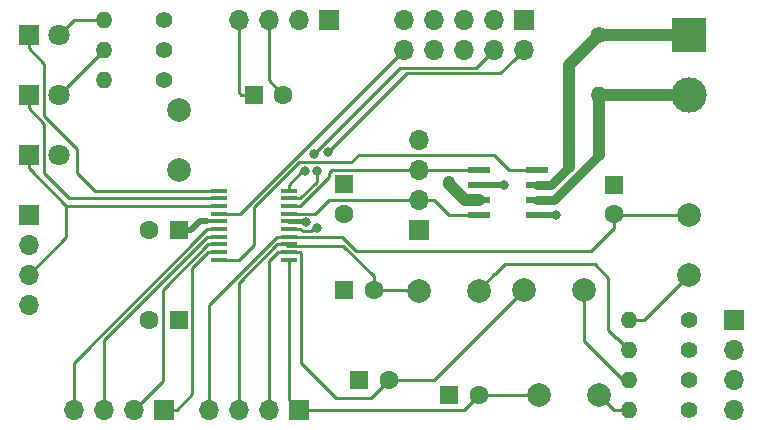
<source format=gbr>
G04 #@! TF.GenerationSoftware,KiCad,Pcbnew,5.1.5+dfsg1-2build2*
G04 #@! TF.CreationDate,2020-12-30T20:24:05+01:00*
G04 #@! TF.ProjectId,stm32f0can,73746d33-3266-4306-9361-6e2e6b696361,rev?*
G04 #@! TF.SameCoordinates,Original*
G04 #@! TF.FileFunction,Copper,L1,Top*
G04 #@! TF.FilePolarity,Positive*
%FSLAX46Y46*%
G04 Gerber Fmt 4.6, Leading zero omitted, Abs format (unit mm)*
G04 Created by KiCad (PCBNEW 5.1.5+dfsg1-2build2) date 2020-12-30 20:24:05*
%MOMM*%
%LPD*%
G04 APERTURE LIST*
%ADD10C,1.600000*%
%ADD11R,1.600000X1.600000*%
%ADD12R,1.800000X1.800000*%
%ADD13C,1.800000*%
%ADD14R,3.000000X3.000000*%
%ADD15C,3.000000*%
%ADD16O,1.700000X1.700000*%
%ADD17R,1.700000X1.700000*%
%ADD18C,2.000000*%
%ADD19R,1.450000X0.450000*%
%ADD20C,1.400000*%
%ADD21O,1.400000X1.400000*%
%ADD22R,1.900000X0.600000*%
%ADD23C,0.800000*%
%ADD24C,0.250000*%
%ADD25C,0.500000*%
%ADD26C,0.400000*%
%ADD27C,0.300000*%
%ADD28C,0.800000*%
%ADD29C,1.000000*%
G04 APERTURE END LIST*
D10*
X123150000Y-105410000D03*
D11*
X120650000Y-105410000D03*
X128270000Y-112990000D03*
D10*
X128270000Y-115490000D03*
X139700000Y-130810000D03*
D11*
X137200000Y-130810000D03*
X129580000Y-129540000D03*
D10*
X132080000Y-129540000D03*
X130810000Y-121920000D03*
D11*
X128310000Y-121920000D03*
X151130000Y-113030000D03*
D10*
X151130000Y-115530000D03*
D11*
X114300000Y-124460000D03*
D10*
X111800000Y-124460000D03*
X111800000Y-116840000D03*
D11*
X114300000Y-116840000D03*
D12*
X101600000Y-100330000D03*
D13*
X104140000Y-100330000D03*
X104140000Y-105410000D03*
D12*
X101600000Y-105410000D03*
X101600000Y-110490000D03*
D13*
X104140000Y-110490000D03*
D14*
X157480000Y-100330000D03*
D15*
X157480000Y-105410000D03*
D16*
X119380000Y-99060000D03*
X121920000Y-99060000D03*
X124460000Y-99060000D03*
D17*
X127000000Y-99060000D03*
X143510000Y-99060000D03*
D16*
X143510000Y-101600000D03*
X140970000Y-99060000D03*
X140970000Y-101600000D03*
X138430000Y-99060000D03*
X138430000Y-101600000D03*
X135890000Y-99060000D03*
X135890000Y-101600000D03*
X133350000Y-99060000D03*
X133350000Y-101600000D03*
X116840000Y-132080000D03*
X119380000Y-132080000D03*
X121920000Y-132080000D03*
D17*
X124460000Y-132080000D03*
X161290000Y-124460000D03*
D16*
X161290000Y-127000000D03*
X161290000Y-129540000D03*
X161290000Y-132080000D03*
D17*
X101600000Y-115570000D03*
D16*
X101600000Y-118110000D03*
X101600000Y-120650000D03*
X101600000Y-123190000D03*
D17*
X113030000Y-132080000D03*
D16*
X110490000Y-132080000D03*
X107950000Y-132080000D03*
X105410000Y-132080000D03*
X134620000Y-109220000D03*
X134620000Y-111760000D03*
X134620000Y-114300000D03*
D17*
X134620000Y-116840000D03*
D18*
X114300000Y-106680000D03*
X114300000Y-111760000D03*
X149860000Y-130810000D03*
X144780000Y-130810000D03*
X143510000Y-121920000D03*
X148590000Y-121920000D03*
X139738100Y-122047000D03*
X134658100Y-122047000D03*
X157480000Y-115570000D03*
X157480000Y-120650000D03*
D19*
X117700000Y-113530000D03*
X117700000Y-114180000D03*
X117700000Y-114830000D03*
X117700000Y-115480000D03*
X117700000Y-116130000D03*
X117700000Y-116780000D03*
X117700000Y-117430000D03*
X117700000Y-118080000D03*
X117700000Y-118730000D03*
X117700000Y-119380000D03*
X123600000Y-119380000D03*
X123600000Y-118730000D03*
X123600000Y-118080000D03*
X123600000Y-117430000D03*
X123600000Y-116780000D03*
X123600000Y-116130000D03*
X123600000Y-115480000D03*
X123600000Y-114830000D03*
X123600000Y-114180000D03*
X123600000Y-113530000D03*
D20*
X149860000Y-100330000D03*
D21*
X149860000Y-105410000D03*
X152400000Y-132080000D03*
D20*
X157480000Y-132080000D03*
X157480000Y-129540000D03*
D21*
X152400000Y-129540000D03*
D20*
X157480000Y-127000000D03*
D21*
X152400000Y-127000000D03*
X152400000Y-124460000D03*
D20*
X157480000Y-124460000D03*
D21*
X107950000Y-99060000D03*
D20*
X113030000Y-99060000D03*
X113030000Y-101600000D03*
D21*
X107950000Y-101600000D03*
X107950000Y-104140000D03*
D20*
X113030000Y-104140000D03*
D22*
X144610000Y-111760000D03*
X144610000Y-113030000D03*
X144610000Y-114300000D03*
X144610000Y-115570000D03*
X139700000Y-115570000D03*
X139700000Y-114300000D03*
X139700000Y-113030000D03*
X139700000Y-111760000D03*
D23*
X141833600Y-113093500D03*
X125996837Y-116662644D03*
X146240500Y-115557300D03*
X125107700Y-116205000D03*
X137160000Y-112776000D03*
X125984000Y-111859998D03*
X126930856Y-110234448D03*
X124968000Y-111859998D03*
X125730000Y-110409998D03*
D24*
X121920000Y-104180000D02*
X121920000Y-99060000D01*
X123150000Y-105410000D02*
X121920000Y-104180000D01*
X141770100Y-113030000D02*
X141833600Y-113093500D01*
D25*
X139700000Y-113030000D02*
X141770100Y-113030000D01*
D24*
X125983693Y-116649500D02*
X125996837Y-116662644D01*
X125971300Y-116649500D02*
X125983693Y-116649500D01*
X125996837Y-116662644D02*
X125958156Y-116662644D01*
X125723058Y-116662644D02*
X125996837Y-116662644D01*
X125455701Y-116930001D02*
X125723058Y-116662644D01*
X124609698Y-116780000D02*
X124759699Y-116930001D01*
X124759699Y-116930001D02*
X125455701Y-116930001D01*
X123600000Y-116780000D02*
X124609698Y-116780000D01*
X127715000Y-112990000D02*
X128270000Y-112990000D01*
X119380000Y-105190000D02*
X119600000Y-105410000D01*
X119600000Y-105410000D02*
X120650000Y-105410000D01*
X119380000Y-99060000D02*
X119380000Y-105190000D01*
X146227800Y-115570000D02*
X146240500Y-115557300D01*
D25*
X144610000Y-115570000D02*
X146227800Y-115570000D01*
D26*
X125032700Y-116130000D02*
X125107700Y-116205000D01*
X123600000Y-116130000D02*
X125032700Y-116130000D01*
D24*
X123600000Y-131220000D02*
X124460000Y-132080000D01*
X123600000Y-119380000D02*
X123600000Y-131220000D01*
X138430000Y-132080000D02*
X139700000Y-130810000D01*
X124460000Y-132080000D02*
X138430000Y-132080000D01*
X144780000Y-130810000D02*
X139700000Y-130810000D01*
X121920000Y-130877919D02*
X121920000Y-132080000D01*
X121920000Y-119524998D02*
X121920000Y-130877919D01*
X122714998Y-118730000D02*
X121920000Y-119524998D01*
X123600000Y-118730000D02*
X122714998Y-118730000D01*
X135890000Y-129540000D02*
X143510000Y-121920000D01*
X132080000Y-129540000D02*
X135890000Y-129540000D01*
X124575000Y-118730000D02*
X123600000Y-118730000D01*
X124650001Y-118805001D02*
X124575000Y-118730000D01*
X124650001Y-128129801D02*
X124650001Y-118805001D01*
X130556000Y-131064000D02*
X127584200Y-131064000D01*
X127584200Y-131064000D02*
X124650001Y-128129801D01*
X132080000Y-129540000D02*
X130556000Y-131064000D01*
X119380000Y-130877919D02*
X119380000Y-132080000D01*
X122625000Y-118080000D02*
X119380000Y-121325000D01*
X119380000Y-121325000D02*
X119380000Y-130877919D01*
X123600000Y-118080000D02*
X122625000Y-118080000D01*
X123500001Y-118179999D02*
X123600000Y-118080000D01*
X128201369Y-118179999D02*
X123500001Y-118179999D01*
X130810000Y-120788630D02*
X128201369Y-118179999D01*
X130810000Y-121920000D02*
X130810000Y-120788630D01*
X130810000Y-121920000D02*
X134620000Y-121920000D01*
X116840000Y-130877919D02*
X116840000Y-132080000D01*
X122625000Y-117430000D02*
X116840000Y-123215000D01*
X123600000Y-117430000D02*
X122625000Y-117430000D01*
X151170000Y-115570000D02*
X151130000Y-115530000D01*
X157480000Y-115570000D02*
X151170000Y-115570000D01*
X124575000Y-117430000D02*
X123600000Y-117430000D01*
X128087780Y-117430000D02*
X124575000Y-117430000D01*
X129275780Y-118618000D02*
X128087780Y-117430000D01*
X149173370Y-118618000D02*
X129275780Y-118618000D01*
X151130000Y-116661370D02*
X149173370Y-118618000D01*
X151130000Y-115530000D02*
X151130000Y-116661370D01*
X116840000Y-123215000D02*
X116840000Y-130877919D01*
D27*
X116725000Y-116130000D02*
X117700000Y-116130000D01*
D25*
X116060000Y-116130000D02*
X116725000Y-116130000D01*
X115350000Y-116840000D02*
X116060000Y-116130000D01*
X114300000Y-116840000D02*
X115350000Y-116840000D01*
D24*
X102914999Y-107238589D02*
X105664000Y-109987590D01*
X102914999Y-102794999D02*
X102914999Y-107238589D01*
X101600000Y-101480000D02*
X102914999Y-102794999D01*
X101600000Y-100330000D02*
X101600000Y-101480000D01*
X116725000Y-113530000D02*
X117700000Y-113530000D01*
X107180000Y-113530000D02*
X116725000Y-113530000D01*
X105664000Y-112014000D02*
X107180000Y-113530000D01*
X105664000Y-109987590D02*
X105664000Y-112014000D01*
X105410000Y-99060000D02*
X107950000Y-99060000D01*
X104140000Y-100330000D02*
X105410000Y-99060000D01*
X104140000Y-105410000D02*
X107950000Y-101600000D01*
X102914999Y-107874999D02*
X102914999Y-112058999D01*
X101600000Y-106560000D02*
X102914999Y-107874999D01*
X101600000Y-105410000D02*
X101600000Y-106560000D01*
X105036000Y-114180000D02*
X117700000Y-114180000D01*
X102914999Y-112058999D02*
X105036000Y-114180000D01*
X116725000Y-114830000D02*
X117700000Y-114830000D01*
X104790000Y-114830000D02*
X116725000Y-114830000D01*
X101600000Y-111640000D02*
X104790000Y-114830000D01*
X101600000Y-110490000D02*
X101600000Y-111640000D01*
X104790000Y-117460000D02*
X104790000Y-114830000D01*
X101600000Y-120650000D02*
X104790000Y-117460000D01*
X104140000Y-110490000D02*
X104140000Y-109720001D01*
D28*
X145810000Y-113030000D02*
X147320000Y-111520000D01*
X144610000Y-113030000D02*
X145810000Y-113030000D01*
D29*
X147320000Y-111520000D02*
X147320000Y-102870000D01*
X149860000Y-100330000D02*
X157480000Y-100330000D01*
X147320000Y-102870000D02*
X149860000Y-100330000D01*
D28*
X144610000Y-114300000D02*
X146050000Y-114300000D01*
D29*
X149860000Y-110490000D02*
X149860000Y-105410000D01*
D28*
X146050000Y-114300000D02*
X149860000Y-110490000D01*
D29*
X149860000Y-105410000D02*
X157480000Y-105410000D01*
X138500000Y-114300000D02*
X137160000Y-112960000D01*
X139700000Y-114300000D02*
X138500000Y-114300000D01*
X137160000Y-112960000D02*
X137160000Y-112776000D01*
D24*
X125984000Y-112771000D02*
X125984000Y-111859998D01*
X124575000Y-114180000D02*
X125984000Y-112771000D01*
X123600000Y-114180000D02*
X124575000Y-114180000D01*
X142660001Y-102449999D02*
X143510000Y-101600000D01*
X141535991Y-103574009D02*
X142660001Y-102449999D01*
X133591295Y-103574009D02*
X141535991Y-103574009D01*
X126930856Y-110234448D02*
X133591295Y-103574009D01*
X123600000Y-113055000D02*
X124677500Y-111977500D01*
X123600000Y-113530000D02*
X123600000Y-113055000D01*
X124677500Y-111977500D02*
X124895000Y-111760000D01*
X124895000Y-111786998D02*
X124968000Y-111859998D01*
X124895000Y-111760000D02*
X124895000Y-111786998D01*
X125730000Y-110409998D02*
X133015998Y-103124000D01*
X139446000Y-103124000D02*
X140970000Y-101600000D01*
X133015998Y-103124000D02*
X139446000Y-103124000D01*
X119470000Y-115480000D02*
X133350000Y-101600000D01*
X117700000Y-115480000D02*
X119470000Y-115480000D01*
X114130000Y-132080000D02*
X113030000Y-132080000D01*
X115425001Y-130784999D02*
X114130000Y-132080000D01*
X115425001Y-120119997D02*
X115425001Y-130784999D01*
X116814998Y-118730000D02*
X115425001Y-120119997D01*
X117700000Y-118730000D02*
X116814998Y-118730000D01*
X111339999Y-131230001D02*
X110490000Y-132080000D01*
X112925001Y-129644999D02*
X111339999Y-131230001D01*
X116814998Y-118080000D02*
X112925001Y-121969997D01*
X112925001Y-121969997D02*
X112925001Y-129644999D01*
X117700000Y-118080000D02*
X116814998Y-118080000D01*
X107950000Y-130877919D02*
X107950000Y-132080000D01*
X107950000Y-126205000D02*
X107950000Y-130877919D01*
X116725000Y-117430000D02*
X107950000Y-126205000D01*
X117700000Y-117430000D02*
X116725000Y-117430000D01*
X105410000Y-130877919D02*
X105410000Y-132080000D01*
X105410000Y-128095000D02*
X105410000Y-130877919D01*
X116725000Y-116780000D02*
X105410000Y-128095000D01*
X117700000Y-116780000D02*
X116725000Y-116780000D01*
X124575000Y-114830000D02*
X127000000Y-112405000D01*
X123600000Y-114830000D02*
X124575000Y-114830000D01*
X133417919Y-111760000D02*
X134620000Y-111760000D01*
X127314998Y-111760000D02*
X133417919Y-111760000D01*
X127000000Y-112074998D02*
X127314998Y-111760000D01*
X127000000Y-112405000D02*
X127000000Y-112074998D01*
X134620000Y-111760000D02*
X139700000Y-111760000D01*
X123600000Y-115480000D02*
X125820000Y-115480000D01*
X127000000Y-114300000D02*
X134620000Y-114300000D01*
X125820000Y-115480000D02*
X127000000Y-114300000D01*
X134620000Y-114300000D02*
X135890000Y-114300000D01*
X137160000Y-115570000D02*
X139700000Y-115570000D01*
X135890000Y-114300000D02*
X137160000Y-115570000D01*
X151130000Y-132080000D02*
X152400000Y-132080000D01*
X149860000Y-130810000D02*
X151130000Y-132080000D01*
X148590000Y-123334213D02*
X148590000Y-121920000D01*
X148590000Y-126238000D02*
X148590000Y-123334213D01*
X151892000Y-129540000D02*
X148590000Y-126238000D01*
X152400000Y-129540000D02*
X151892000Y-129540000D01*
X151374999Y-125974999D02*
X152400000Y-127000000D01*
X151349599Y-125974999D02*
X151374999Y-125974999D01*
X150672800Y-125298200D02*
X151349599Y-125974999D01*
X150672800Y-120904000D02*
X150672800Y-125298200D01*
X149529800Y-119761000D02*
X150672800Y-120904000D01*
X141884400Y-119761000D02*
X149529800Y-119761000D01*
X141050401Y-120594999D02*
X141884400Y-119761000D01*
X141025001Y-120594999D02*
X141050401Y-120594999D01*
X139700000Y-121920000D02*
X141025001Y-120594999D01*
X153670000Y-124460000D02*
X157480000Y-120650000D01*
X152400000Y-124460000D02*
X153670000Y-124460000D01*
X117700000Y-119380000D02*
X119380000Y-119380000D01*
X119380000Y-119380000D02*
X120650000Y-118110000D01*
X120650000Y-114944998D02*
X124460000Y-111134998D01*
X120650000Y-118110000D02*
X120650000Y-114944998D01*
X128914998Y-111134998D02*
X129559996Y-110490000D01*
X124460000Y-111134998D02*
X128914998Y-111134998D01*
X129559996Y-110490000D02*
X140970000Y-110490000D01*
X140970000Y-110490000D02*
X142240000Y-111760000D01*
X143510000Y-111760000D02*
X144610000Y-111760000D01*
X142240000Y-111760000D02*
X143510000Y-111760000D01*
M02*

</source>
